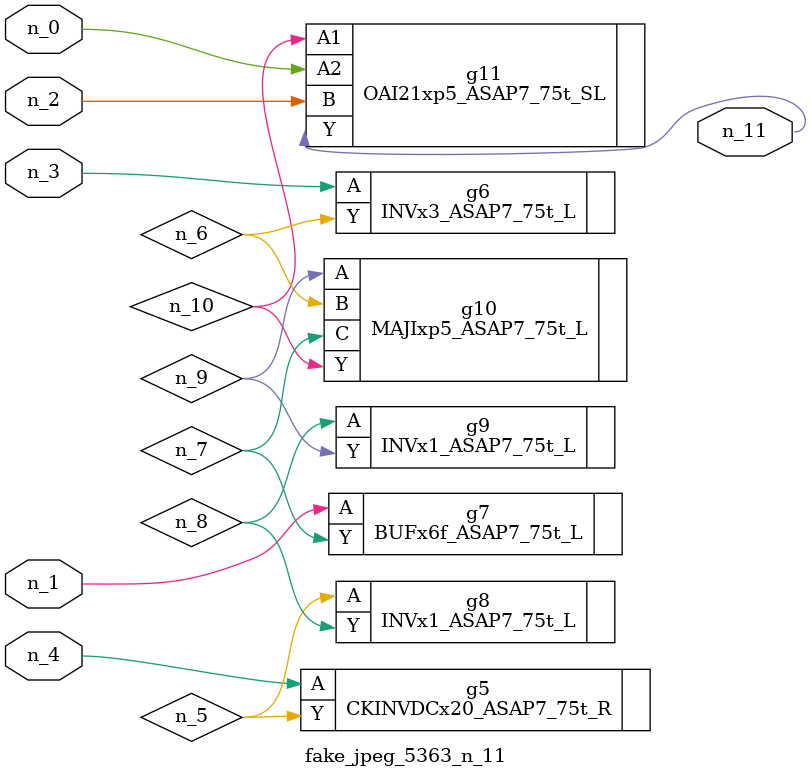
<source format=v>
module fake_jpeg_5363_n_11 (n_3, n_2, n_1, n_0, n_4, n_11);

input n_3;
input n_2;
input n_1;
input n_0;
input n_4;

output n_11;

wire n_10;
wire n_8;
wire n_9;
wire n_6;
wire n_5;
wire n_7;

CKINVDCx20_ASAP7_75t_R g5 ( 
.A(n_4),
.Y(n_5)
);

INVx3_ASAP7_75t_L g6 ( 
.A(n_3),
.Y(n_6)
);

BUFx6f_ASAP7_75t_L g7 ( 
.A(n_1),
.Y(n_7)
);

INVx1_ASAP7_75t_L g8 ( 
.A(n_5),
.Y(n_8)
);

INVx1_ASAP7_75t_L g9 ( 
.A(n_8),
.Y(n_9)
);

MAJIxp5_ASAP7_75t_L g10 ( 
.A(n_9),
.B(n_6),
.C(n_7),
.Y(n_10)
);

OAI21xp5_ASAP7_75t_SL g11 ( 
.A1(n_10),
.A2(n_0),
.B(n_2),
.Y(n_11)
);


endmodule
</source>
